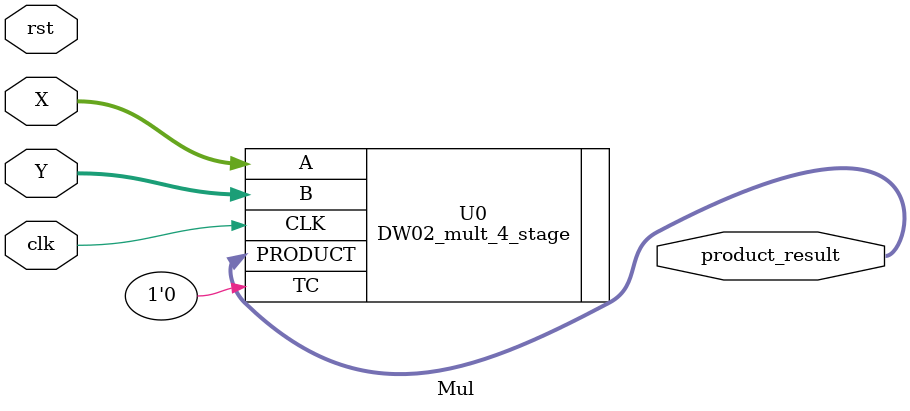
<source format=v>
module Mul(
    input clk,
	input rst,
    input [254:0] X,
    input [254:0] Y,
    output [509:0] product_result
);


	// 255*255 4 stage multiplier
	DW02_mult_4_stage #(255, 255)
    U0 ( .A(X),   .B(Y),   .TC(1'b0), 
         .CLK(clk),   .PRODUCT(product_result) );

endmodule
</source>
